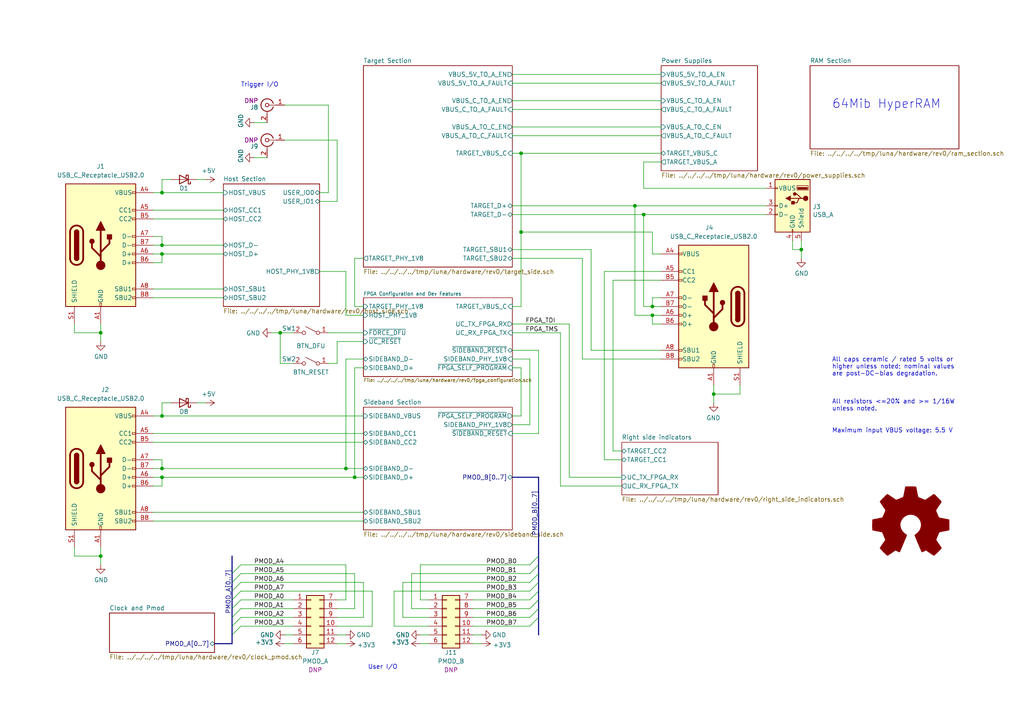
<source format=kicad_sch>
(kicad_sch (version 20230121) (generator eeschema)
  (paper "A4")
  (title_block (title "LUNA USB Multitool") (date "2021-03-10") (rev "r0") (company "Copyright 2019-2021 Great Scott Gadgets") (comment 1 "Katherine J. Temkin") (comment 3 "Licensed under the CERN-OHL-P v2"))
  (lib_symbols
    (symbol "Connector:Conn_Coaxial" (pin_names (offset 1.016) hide)
      (property "Reference" "J" (at 0.254 3.048 0))
      (property "Value" "Conn_Coaxial" (at 2.921 0 90))
      (symbol "Conn_Coaxial_0_1"
        (arc (start -1.778 -0.508) (mid 0.2311 -1.8066) (end 1.778 0) (stroke (width 0.254)))
        (polyline (pts (xy -2.54 0) (xy -0.508 0)))
        (polyline (pts (xy 0 -2.54) (xy 0 -1.778)))
        (circle (center 0 0) (radius 0.508) (stroke (width 0.2032)))
        (arc (start 1.778 0) (mid 0.2099 1.8101) (end -1.778 0.508) (stroke (width 0.254)))
      )
      (symbol "Conn_Coaxial_1_1"
        (pin passive line (at -5.08 0 0) (length 2.54) (name "In") (number "1"))
        (pin passive line (at 0 -5.08 90) (length 2.54) (name "Ext") (number "2"))
      )
    )
    (symbol "Connector_Generic:Conn_02x06_Top_Bottom" (pin_names (offset 1.016) hide)
      (property "Reference" "J" (at 1.27 7.62 0))
      (property "Value" "Conn_02x06_Top_Bottom" (at 1.27 -10.16 0))
      (symbol "Conn_02x06_Top_Bottom_1_1"
        (rectangle (start -1.27 -7.493) (end 0 -7.747) (stroke (width 0.1524)))
        (rectangle (start -1.27 -4.953) (end 0 -5.207) (stroke (width 0.1524)))
        (rectangle (start -1.27 -2.413) (end 0 -2.667) (stroke (width 0.1524)))
        (rectangle (start -1.27 0.127) (end 0 -0.127) (stroke (width 0.1524)))
        (rectangle (start -1.27 2.667) (end 0 2.413) (stroke (width 0.1524)))
        (rectangle (start -1.27 5.207) (end 0 4.953) (stroke (width 0.1524)))
        (rectangle (start -1.27 6.35) (end 3.81 -8.89) (stroke (width 0.254)) (fill (type background)))
        (rectangle (start 3.81 -7.493) (end 2.54 -7.747) (stroke (width 0.1524)))
        (rectangle (start 3.81 -4.953) (end 2.54 -5.207) (stroke (width 0.1524)))
        (rectangle (start 3.81 -2.413) (end 2.54 -2.667) (stroke (width 0.1524)))
        (rectangle (start 3.81 0.127) (end 2.54 -0.127) (stroke (width 0.1524)))
        (rectangle (start 3.81 2.667) (end 2.54 2.413) (stroke (width 0.1524)))
        (rectangle (start 3.81 5.207) (end 2.54 4.953) (stroke (width 0.1524)))
        (pin passive line (at -5.08 5.08 0) (length 3.81) (name "Pin_1") (number "1"))
        (pin passive line (at 7.62 -2.54 180) (length 3.81) (name "Pin_10") (number "10"))
        (pin passive line (at 7.62 -5.08 180) (length 3.81) (name "Pin_11") (number "11"))
        (pin passive line (at 7.62 -7.62 180) (length 3.81) (name "Pin_12") (number "12"))
        (pin passive line (at -5.08 2.54 0) (length 3.81) (name "Pin_2") (number "2"))
        (pin passive line (at -5.08 0 0) (length 3.81) (name "Pin_3") (number "3"))
        (pin passive line (at -5.08 -2.54 0) (length 3.81) (name "Pin_4") (number "4"))
        (pin passive line (at -5.08 -5.08 0) (length 3.81) (name "Pin_5") (number "5"))
        (pin passive line (at -5.08 -7.62 0) (length 3.81) (name "Pin_6") (number "6"))
        (pin passive line (at 7.62 5.08 180) (length 3.81) (name "Pin_7") (number "7"))
        (pin passive line (at 7.62 2.54 180) (length 3.81) (name "Pin_8") (number "8"))
        (pin passive line (at 7.62 0 180) (length 3.81) (name "Pin_9") (number "9"))
      )
    )
    (symbol "Device:D_Schottky" (pin_numbers hide) (pin_names (offset 1.016) hide)
      (property "Reference" "D" (at 0 2.54 0))
      (property "Value" "D_Schottky" (at 0 -2.54 0))
      (symbol "D_Schottky_0_1"
        (polyline (pts (xy 1.27 0) (xy -1.27 0)))
        (polyline (pts (xy 1.27 1.27) (xy 1.27 -1.27) (xy -1.27 0) (xy 1.27 1.27)) (stroke (width 0.254)))
        (polyline (pts (xy -1.905 0.635) (xy -1.905 1.27) (xy -1.27 1.27) (xy -1.27 -1.27) (xy -0.635 -1.27) (xy -0.635 -0.635)) (stroke (width 0.254)))
      )
      (symbol "D_Schottky_1_1"
        (pin passive line (at -3.81 0 0) (length 2.54) (name "K") (number "1"))
        (pin passive line (at 3.81 0 180) (length 2.54) (name "A") (number "2"))
      )
    )
    (symbol "Graphic:Logo_Open_Hardware_Large" (in_bom no) (on_board no)
      (symbol "Logo_Open_Hardware_Large_1_1"
        (polyline (pts (xy 6.731 -8.7122) (xy 6.6294 -8.6614) (xy 6.35 -8.4836) (xy 5.9944 -8.255) (xy 5.5372 -7.9502) (xy 5.1054 -7.6454) (xy 4.7498 -7.4168) (xy 4.4958 -7.239) (xy 4.3942 -7.1882) (xy 4.318 -7.2136) (xy 4.1148 -7.3152) (xy 3.81 -7.4676) (xy 3.6322 -7.5692) (xy 3.3528 -7.6708) (xy 3.2258 -7.6962) (xy 3.2004 -7.6708) (xy 3.0988 -7.4676) (xy 2.9464 -7.0866) (xy 2.7178 -6.604) (xy 2.4892 -6.0452) (xy 2.2352 -5.4356) (xy 1.9558 -4.826) (xy 1.7272 -4.2164) (xy 1.4986 -3.683) (xy 1.3208 -3.2512) (xy 1.2192 -2.9464) (xy 1.1684 -2.8194) (xy 1.1938 -2.794) (xy 1.3208 -2.667) (xy 1.5748 -2.4892) (xy 2.0828 -2.0574) (xy 2.6162 -1.397) (xy 2.921 -0.6604) (xy 3.048 0.1524) (xy 2.9464 0.9144) (xy 2.6416 1.6256) (xy 2.1336 2.286) (xy 1.524 2.7686) (xy 0.8128 3.0734) (xy 0 3.175) (xy -0.762 3.0988) (xy -1.4986 2.794) (xy -2.159 2.286) (xy -2.4384 1.9812) (xy -2.8194 1.3208) (xy -3.048 0.6096) (xy -3.0734 0.4318) (xy -3.0226 -0.3556) (xy -2.794 -1.0922) (xy -2.3876 -1.7526) (xy -1.8288 -2.3114) (xy -1.7526 -2.3622) (xy -1.4732 -2.5654) (xy -1.2954 -2.6924) (xy -1.1684 -2.8194) (xy -2.159 -5.207) (xy -2.3114 -5.588) (xy -2.5908 -6.2484) (xy -2.8194 -6.8072) (xy -3.0226 -7.2644) (xy -3.1496 -7.5692) (xy -3.2258 -7.6708) (xy -3.2258 -7.6962) (xy -3.302 -7.6962) (xy -3.4798 -7.6454) (xy -3.8354 -7.4676) (xy -4.0386 -7.366) (xy -4.2926 -7.239) (xy -4.4196 -7.1882) (xy -4.5212 -7.239) (xy -4.7498 -7.3914) (xy -5.1054 -7.6454) (xy -5.5372 -7.9248) (xy -5.9436 -8.2042) (xy -6.3246 -8.4582) (xy -6.604 -8.636) (xy -6.731 -8.7122) (xy -6.7564 -8.7122) (xy -6.858 -8.636) (xy -7.0866 -8.4582) (xy -7.4168 -8.1534) (xy -7.874 -7.6962) (xy -7.9502 -7.62) (xy -8.3312 -7.239) (xy -8.636 -6.9088) (xy -8.8392 -6.6802) (xy -8.9154 -6.5786) (xy -8.9154 -6.5786) (xy -8.8392 -6.4516) (xy -8.6614 -6.1722) (xy -8.4328 -5.7912) (xy -8.128 -5.3594) (xy -7.3152 -4.191) (xy -7.7724 -3.0988) (xy -7.8994 -2.7686) (xy -8.0772 -2.3622) (xy -8.2042 -2.0828) (xy -8.255 -1.9558) (xy -8.382 -1.905) (xy -8.6614 -1.8542) (xy -9.0932 -1.7526) (xy -9.6266 -1.651) (xy -10.1092 -1.5748) (xy -10.541 -1.4732) (xy -10.8712 -1.4224) (xy -11.0236 -1.397) (xy -11.049 -1.3716) (xy -11.0744 -1.2954) (xy -11.0998 -1.143) (xy -11.0998 -0.889) (xy -11.1252 -0.4572) (xy -11.1252 0.1524) (xy -11.1252 0.2286) (xy -11.0998 0.8128) (xy -11.0998 1.27) (xy -11.0744 1.5494) (xy -11.0744 1.6764) (xy -11.0744 1.6764) (xy -10.922 1.7018) (xy -10.6172 1.778) (xy -10.16 1.8542) (xy -9.652 1.9558) (xy -9.6012 1.9812) (xy -9.0932 2.0828) (xy -8.636 2.159) (xy -8.3312 2.2352) (xy -8.2042 2.286) (xy -8.1788 2.3114) (xy -8.0772 2.5146) (xy -7.9248 2.8448) (xy -7.747 3.2512) (xy -7.5692 3.6576) (xy -7.4168 4.0386) (xy -7.3152 4.318) (xy -7.2898 4.445) (xy -7.2898 4.445) (xy -7.366 4.572) (xy -7.5438 4.826) (xy -7.7978 5.207) (xy -8.128 5.6642) (xy -8.128 5.6896) (xy -8.4328 6.1468) (xy -8.6868 6.5278) (xy -8.8392 6.7818) (xy -8.9154 6.9088) (xy -8.9154 6.9088) (xy -8.8138 7.0358) (xy -8.5852 7.2898) (xy -8.255 7.6454) (xy -7.874 8.0264) (xy -7.747 8.1534) (xy -7.3152 8.5852) (xy -7.0104 8.8646) (xy -6.8326 8.9916) (xy -6.731 9.0424) (xy -6.731 9.0424) (xy -6.604 8.9408) (xy -6.3246 8.763) (xy -5.9436 8.509) (xy -5.4864 8.2042) (xy -5.461 8.1788) (xy -5.0038 7.874) (xy -4.6482 7.62) (xy -4.3688 7.4422) (xy -4.2672 7.3914) (xy -4.2418 7.3914) (xy -4.064 7.4422) (xy -3.7338 7.5438) (xy -3.3528 7.6962) (xy -2.9464 7.874) (xy -2.5654 8.0264) (xy -2.286 8.1534) (xy -2.159 8.2296) (xy -2.159 8.2296) (xy -2.1082 8.382) (xy -2.032 8.7122) (xy -1.9304 9.1694) (xy -1.8288 9.7282) (xy -1.8034 9.8044) (xy -1.7018 10.3378) (xy -1.6256 10.7696) (xy -1.5748 11.0744) (xy -1.524 11.2014) (xy -1.4478 11.2268) (xy -1.1938 11.2522) (xy -0.8128 11.2522) (xy -0.3302 11.2522) (xy 0.1524 11.2522) (xy 0.6604 11.2522) (xy 1.0668 11.2268) (xy 1.3716 11.2014) (xy 1.4986 11.176) (xy 1.4986 11.176) (xy 1.5494 11.0236) (xy 1.6256 10.6934) (xy 1.7018 10.2108) (xy 1.8288 9.6774) (xy 1.8288 9.5758) (xy 1.9304 9.0424) (xy 2.032 8.6106) (xy 2.0828 8.3058) (xy 2.1336 8.2042) (xy 2.159 8.1788) (xy 2.3876 8.0772) (xy 2.7432 7.9248) (xy 3.175 7.747) (xy 4.191 7.3406) (xy 5.461 8.2042) (xy 5.5626 8.2804) (xy 6.0198 8.5852) (xy 6.3754 8.8392) (xy 6.6294 8.9916) (xy 6.7564 9.0424) (xy 6.7564 9.0424) (xy 6.8834 8.9408) (xy 7.1374 8.7122) (xy 7.4676 8.382) (xy 7.8486 7.9756) (xy 8.1534 7.6962) (xy 8.4836 7.3406) (xy 8.7122 7.112) (xy 8.8392 6.9596) (xy 8.8646 6.858) (xy 8.8646 6.8072) (xy 8.7884 6.6802) (xy 8.6106 6.4008) (xy 8.3312 6.0198) (xy 8.0264 5.588) (xy 7.7978 5.207) (xy 7.5184 4.8006) (xy 7.3406 4.4958) (xy 7.2898 4.3434) (xy 7.2898 4.2926) (xy 7.3914 4.0386) (xy 7.5184 3.683) (xy 7.7216 3.2258) (xy 8.1534 2.2352) (xy 8.7884 2.1082) (xy 9.1948 2.0574) (xy 9.7536 1.9304) (xy 10.2616 1.8288) (xy 11.0998 1.6764) (xy 11.1252 -1.3208) (xy 10.9982 -1.3716) (xy 10.8712 -1.397) (xy 10.5664 -1.4732) (xy 10.1346 -1.5494) (xy 9.6266 -1.651) (xy 9.1948 -1.7272) (xy 8.7376 -1.8288) (xy 8.4328 -1.8796) (xy 8.2804 -1.905) (xy 8.255 -1.9558) (xy 8.1534 -2.159) (xy 7.9756 -2.5146) (xy 7.8232 -2.921) (xy 7.6454 -3.3274) (xy 7.493 -3.7338) (xy 7.366 -4.0132) (xy 7.3406 -4.191) (xy 7.3914 -4.2926) (xy 7.5692 -4.5466) (xy 7.7978 -4.9276) (xy 8.1026 -5.3594) (xy 8.4074 -5.7912) (xy 8.6614 -6.1722) (xy 8.8138 -6.4262) (xy 8.89 -6.5532) (xy 8.8646 -6.6548) (xy 8.6868 -6.858) (xy 8.3566 -7.1882) (xy 7.874 -7.6708) (xy 7.7978 -7.747) (xy 7.3914 -8.128) (xy 7.0612 -8.4328) (xy 6.8326 -8.636) (xy 6.731 -8.7122)) (fill (type outline)))
      )
    )
    (symbol "Switch:SW_SPST" (pin_names (offset 0) hide)
      (property "Reference" "SW" (at 0 3.175 0))
      (property "Value" "SW_SPST" (at 0 -2.54 0))
      (symbol "SW_SPST_0_0"
        (circle (center -2.032 0) (radius 0.508))
        (polyline (pts (xy -1.524 0.254) (xy 1.524 1.778)))
        (circle (center 2.032 0) (radius 0.508))
      )
      (symbol "SW_SPST_1_1"
        (pin passive line (at -5.08 0 0) (length 2.54) (name "A") (number "1"))
        (pin passive line (at 5.08 0 180) (length 2.54) (name "B") (number "2"))
      )
    )
    (symbol "luna_rev0-rescue:USB_A-Connector" (pin_names (offset 1.016))
      (property "Reference" "J" (at -5.08 11.43 0))
      (property "Value" "Connector_USB_A" (at -5.08 8.89 0))
      (symbol "USB_A-Connector_0_1"
        (rectangle (start -5.08 -7.62) (end 5.08 7.62) (stroke (width 0.254)) (fill (type background)))
        (circle (center -3.81 2.159) (radius 0.635) (stroke (width 0.254)) (fill (type outline)))
        (rectangle (start -1.524 4.826) (end -4.318 5.334) (fill (type outline)))
        (rectangle (start -1.27 4.572) (end -4.572 5.842))
        (circle (center -0.635 3.429) (radius 0.381) (stroke (width 0.254)) (fill (type outline)))
        (rectangle (start -0.127 -7.62) (end 0.127 -6.858))
        (polyline (pts (xy -3.175 2.159) (xy -2.54 2.159) (xy -1.27 3.429) (xy -0.635 3.429)) (stroke (width 0.254)))
        (polyline (pts (xy -2.54 2.159) (xy -1.905 2.159) (xy -1.27 0.889) (xy 0 0.889)) (stroke (width 0.254)))
        (polyline (pts (xy 0.635 2.794) (xy 0.635 1.524) (xy 1.905 2.159) (xy 0.635 2.794)) (stroke (width 0.254)) (fill (type outline)))
        (rectangle (start 0.254 1.27) (end -0.508 0.508) (stroke (width 0.254)) (fill (type outline)))
        (rectangle (start 5.08 -2.667) (end 4.318 -2.413))
        (rectangle (start 5.08 -0.127) (end 4.318 0.127))
        (rectangle (start 5.08 4.953) (end 4.318 5.207))
      )
      (symbol "USB_A-Connector_1_1"
        (polyline (pts (xy -1.905 2.159) (xy 0.635 2.159)) (stroke (width 0.254)))
        (pin power_in line (at 7.62 5.08 180) (length 2.54) (name "VBUS") (number "1"))
        (pin passive line (at 7.62 -2.54 180) (length 2.54) (name "D-") (number "2"))
        (pin passive line (at 7.62 0 180) (length 2.54) (name "D+") (number "3"))
        (pin power_in line (at 0 -10.16 90) (length 2.54) (name "GND") (number "4"))
        (pin passive line (at -2.54 -10.16 90) (length 2.54) (name "Shield") (number "5"))
      )
    )
    (symbol "luna_rev0-rescue:USB_C_Receptacle_USB2.0-Connector" (pin_names (offset 1.016))
      (property "Reference" "J" (at -10.16 19.05 0))
      (property "Value" "Connector_USB_C_Receptacle_USB2.0" (at 19.05 19.05 0))
      (symbol "USB_C_Receptacle_USB2.0-Connector_0_0"
        (rectangle (start -0.254 -17.78) (end 0.254 -16.764))
        (rectangle (start 10.16 -14.986) (end 9.144 -15.494))
        (rectangle (start 10.16 -12.446) (end 9.144 -12.954))
        (rectangle (start 10.16 -4.826) (end 9.144 -5.334))
        (rectangle (start 10.16 -2.286) (end 9.144 -2.794))
        (rectangle (start 10.16 0.254) (end 9.144 -0.254))
        (rectangle (start 10.16 2.794) (end 9.144 2.286))
        (rectangle (start 10.16 7.874) (end 9.144 7.366))
        (rectangle (start 10.16 10.414) (end 9.144 9.906))
        (rectangle (start 10.16 15.494) (end 9.144 14.986))
      )
      (symbol "USB_C_Receptacle_USB2.0-Connector_0_1"
        (rectangle (start -10.16 17.78) (end 10.16 -17.78) (stroke (width 0.254)) (fill (type background)))
        (arc (start -8.89 -3.81) (mid -6.985 -5.7067) (end -5.08 -3.81) (stroke (width 0.508)))
        (arc (start -7.62 -3.81) (mid -6.985 -4.4423) (end -6.35 -3.81) (stroke (width 0.254)))
        (arc (start -7.62 -3.81) (mid -6.985 -4.4423) (end -6.35 -3.81) (stroke (width 0.254)) (fill (type outline)))
        (rectangle (start -7.62 -3.81) (end -6.35 3.81) (stroke (width 0.254)) (fill (type outline)))
        (arc (start -6.35 3.81) (mid -6.985 4.4423) (end -7.62 3.81) (stroke (width 0.254)))
        (arc (start -6.35 3.81) (mid -6.985 4.4423) (end -7.62 3.81) (stroke (width 0.254)) (fill (type outline)))
        (arc (start -5.08 3.81) (mid -6.985 5.7067) (end -8.89 3.81) (stroke (width 0.508)))
        (circle (center -2.54 1.143) (radius 0.635) (stroke (width 0.254)) (fill (type outline)))
        (circle (center 0 -5.842) (radius 1.27) (fill (type outline)))
        (polyline (pts (xy -8.89 -3.81) (xy -8.89 3.81)) (stroke (width 0.508)))
        (polyline (pts (xy -5.08 3.81) (xy -5.08 -3.81)) (stroke (width 0.508)))
        (polyline (pts (xy 0 -5.842) (xy 0 4.318)) (stroke (width 0.508)))
        (polyline (pts (xy 0 -3.302) (xy -2.54 -0.762) (xy -2.54 0.508)) (stroke (width 0.508)))
        (polyline (pts (xy 0 -2.032) (xy 2.54 0.508) (xy 2.54 1.778)) (stroke (width 0.508)))
        (polyline (pts (xy -1.27 4.318) (xy 0 6.858) (xy 1.27 4.318) (xy -1.27 4.318)) (stroke (width 0.254)) (fill (type outline)))
        (rectangle (start 1.905 1.778) (end 3.175 3.048) (stroke (width 0.254)) (fill (type outline)))
      )
      (symbol "USB_C_Receptacle_USB2.0-Connector_1_1"
        (pin power_in line (at 0 -22.86 90) (length 5.08) (name "GND") (number "A1"))
        (pin passive line (at 0 -22.86 90) (length 5.08) hide (name "GND") (number "A12"))
        (pin power_in line (at 15.24 15.24 180) (length 5.08) (name "VBUS") (number "A4"))
        (pin bidirectional line (at 15.24 10.16 180) (length 5.08) (name "CC1") (number "A5"))
        (pin bidirectional line (at 15.24 -2.54 180) (length 5.08) (name "D+") (number "A6"))
        (pin bidirectional line (at 15.24 2.54 180) (length 5.08) (name "D-") (number "A7"))
        (pin bidirectional line (at 15.24 -12.7 180) (length 5.08) (name "SBU1") (number "A8"))
        (pin passive line (at 15.24 15.24 180) (length 5.08) hide (name "VBUS") (number "A9"))
        (pin passive line (at 0 -22.86 90) (length 5.08) hide (name "GND") (number "B1"))
        (pin passive line (at 0 -22.86 90) (length 5.08) hide (name "GND") (number "B12"))
        (pin passive line (at 15.24 15.24 180) (length 5.08) hide (name "VBUS") (number "B4"))
        (pin bidirectional line (at 15.24 7.62 180) (length 5.08) (name "CC2") (number "B5"))
        (pin bidirectional line (at 15.24 -5.08 180) (length 5.08) (name "D+") (number "B6"))
        (pin bidirectional line (at 15.24 0 180) (length 5.08) (name "D-") (number "B7"))
        (pin bidirectional line (at 15.24 -15.24 180) (length 5.08) (name "SBU2") (number "B8"))
        (pin passive line (at 15.24 15.24 180) (length 5.08) hide (name "VBUS") (number "B9"))
        (pin passive line (at -7.62 -22.86 90) (length 5.08) (name "SHIELD") (number "S1"))
      )
    )
    (symbol "power:+3V3" (power) (pin_names (offset 0))
      (property "Value" "+3V3" (at 0 3.556 0))
      (symbol "+3V3_0_1"
        (polyline (pts (xy -0.762 1.27) (xy 0 2.54)))
        (polyline (pts (xy 0 0) (xy 0 2.54)))
        (polyline (pts (xy 0 2.54) (xy 0.762 1.27)))
      )
      (symbol "+3V3_1_1"
        (pin power_in line (at 0 0 90) (length 0) hide (name "+3V3") (number "1"))
      )
    )
    (symbol "power:+5V" (power) (pin_names (offset 0))
      (property "Value" "+5V" (at 0 3.556 0))
      (symbol "+5V_0_1"
        (polyline (pts (xy -0.762 1.27) (xy 0 2.54)))
        (polyline (pts (xy 0 0) (xy 0 2.54)))
        (polyline (pts (xy 0 2.54) (xy 0.762 1.27)))
      )
      (symbol "+5V_1_1"
        (pin power_in line (at 0 0 90) (length 0) hide (name "+5V") (number "1"))
      )
    )
    (symbol "power:GND" (power) (pin_names (offset 0))
      (property "Value" "GND" (at 0 -3.81 0))
      (symbol "GND_0_1"
        (polyline (pts (xy 0 0) (xy 0 -1.27) (xy 1.27 -1.27) (xy 0 -2.54) (xy -1.27 -1.27) (xy 0 -1.27)))
      )
      (symbol "GND_1_1"
        (pin power_in line (at 0 0 270) (length 0) hide (name "GND") (number "1"))
      )
    )
  )
  (junction (at 151.13 67.31))
  (junction (at 46.99 55.88))
  (junction (at 100.33 135.89))
  (junction (at 184.15 59.69))
  (junction (at 29.21 96.52))
  (junction (at 46.99 120.65))
  (junction (at 189.23 91.44))
  (junction (at 29.21 161.29))
  (junction (at 186.69 62.23))
  (junction (at 232.41 72.39))
  (junction (at 151.13 44.45))
  (junction (at 46.99 138.43))
  (junction (at 46.99 71.12))
  (junction (at 46.99 73.66))
  (junction (at 81.28 96.52))
  (junction (at 189.23 88.9))
  (junction (at 102.87 138.43))
  (junction (at 207.01 114.3))
  (junction (at 46.99 135.89))
  (bus_entry (at 67.31 166.37) (size 2.54 -2.54))
  (bus_entry (at 156.21 173.99) (size -2.54 2.54))
  (bus_entry (at 67.31 184.15) (size 2.54 -2.54))
  (bus_entry (at 67.31 179.07) (size 2.54 -2.54))
  (bus_entry (at 156.21 179.07) (size -2.54 2.54))
  (bus_entry (at 67.31 173.99) (size 2.54 -2.54))
  (bus_entry (at 156.21 176.53) (size -2.54 2.54))
  (bus_entry (at 67.31 171.45) (size 2.54 -2.54))
  (bus_entry (at 156.21 168.91) (size -2.54 2.54))
  (bus_entry (at 156.21 166.37) (size -2.54 2.54))
  (bus_entry (at 156.21 171.45) (size -2.54 2.54))
  (bus_entry (at 67.31 168.91) (size 2.54 -2.54))
  (bus_entry (at 67.31 181.61) (size 2.54 -2.54))
  (bus_entry (at 67.31 176.53) (size 2.54 -2.54))
  (bus_entry (at 156.21 163.83) (size -2.54 2.54))
  (bus_entry (at 156.21 161.29) (size -2.54 2.54))
  (wire (pts (xy 64.77 86.36) (xy 44.45 86.36)))
  (wire (pts (xy 46.99 138.43) (xy 102.87 138.43)))
  (wire (pts (xy 116.84 168.91) (xy 153.67 168.91)))
  (wire (pts (xy 189.23 91.44) (xy 189.23 93.98)))
  (wire (pts (xy 44.45 83.82) (xy 64.77 83.82)))
  (wire (pts (xy 105.41 168.91) (xy 105.41 179.07)))
  (bus (pts (xy 156.21 171.45) (xy 156.21 173.99)))
  (wire (pts (xy 189.23 86.36) (xy 191.77 86.36)))
  (wire (pts (xy 44.45 120.65) (xy 46.99 120.65)))
  (wire (pts (xy 46.99 140.97) (xy 44.45 140.97)))
  (wire (pts (xy 171.45 101.6) (xy 191.77 101.6)))
  (wire (pts (xy 102.87 74.93) (xy 105.41 74.93)))
  (wire (pts (xy 44.45 128.27) (xy 105.41 128.27)))
  (wire (pts (xy 189.23 88.9) (xy 189.23 86.36)))
  (wire (pts (xy 191.77 88.9) (xy 189.23 88.9)))
  (wire (pts (xy 124.46 176.53) (xy 119.38 176.53)))
  (bus (pts (xy 62.23 186.69) (xy 67.31 186.69)))
  (wire (pts (xy 186.69 54.61) (xy 186.69 46.99)))
  (wire (pts (xy 82.55 186.69) (xy 85.09 186.69)))
  (bus (pts (xy 67.31 171.45) (xy 67.31 173.99)))
  (wire (pts (xy 49.53 52.07) (xy 46.99 52.07)))
  (wire (pts (xy 29.21 163.83) (xy 29.21 161.29)))
  (wire (pts (xy 191.77 73.66) (xy 189.23 73.66)))
  (wire (pts (xy 175.26 78.74) (xy 191.77 78.74)))
  (wire (pts (xy 232.41 74.93) (xy 232.41 72.39)))
  (wire (pts (xy 148.59 120.65) (xy 151.13 120.65)))
  (bus (pts (xy 67.31 176.53) (xy 67.31 179.07)))
  (wire (pts (xy 189.23 67.31) (xy 151.13 67.31)))
  (wire (pts (xy 44.45 135.89) (xy 46.99 135.89)))
  (wire (pts (xy 44.45 73.66) (xy 46.99 73.66)))
  (wire (pts (xy 162.56 140.97) (xy 180.34 140.97)))
  (wire (pts (xy 207.01 114.3) (xy 214.63 114.3)))
  (wire (pts (xy 46.99 52.07) (xy 46.99 55.88)))
  (bus (pts (xy 148.59 138.43) (xy 156.21 138.43)))
  (wire (pts (xy 124.46 179.07) (xy 116.84 179.07)))
  (wire (pts (xy 151.13 88.9) (xy 151.13 67.31)))
  (wire (pts (xy 73.66 45.72) (xy 77.47 45.72)))
  (wire (pts (xy 191.77 21.59) (xy 148.59 21.59)))
  (wire (pts (xy 191.77 36.83) (xy 148.59 36.83)))
  (wire (pts (xy 191.77 29.21) (xy 148.59 29.21)))
  (wire (pts (xy 44.45 138.43) (xy 46.99 138.43)))
  (wire (pts (xy 153.67 171.45) (xy 114.3 171.45)))
  (wire (pts (xy 153.67 179.07) (xy 137.16 179.07)))
  (wire (pts (xy 148.59 24.13) (xy 191.77 24.13)))
  (wire (pts (xy 46.99 71.12) (xy 44.45 71.12)))
  (wire (pts (xy 21.59 93.98) (xy 21.59 96.52)))
  (wire (pts (xy 153.67 104.14) (xy 153.67 123.19)))
  (wire (pts (xy 97.79 58.42) (xy 92.71 58.42)))
  (wire (pts (xy 69.85 163.83) (xy 100.33 163.83)))
  (wire (pts (xy 44.45 60.96) (xy 64.77 60.96)))
  (wire (pts (xy 168.91 104.14) (xy 168.91 74.93)))
  (wire (pts (xy 46.99 55.88) (xy 44.45 55.88)))
  (wire (pts (xy 64.77 71.12) (xy 46.99 71.12)))
  (wire (pts (xy 186.69 88.9) (xy 189.23 88.9)))
  (wire (pts (xy 177.8 81.28) (xy 177.8 130.81)))
  (wire (pts (xy 73.66 35.56) (xy 77.47 35.56)))
  (wire (pts (xy 229.87 72.39) (xy 232.41 72.39)))
  (wire (pts (xy 95.25 30.48) (xy 82.55 30.48)))
  (wire (pts (xy 189.23 93.98) (xy 191.77 93.98)))
  (wire (pts (xy 137.16 176.53) (xy 153.67 176.53)))
  (wire (pts (xy 177.8 130.81) (xy 180.34 130.81)))
  (wire (pts (xy 171.45 72.39) (xy 171.45 101.6)))
  (wire (pts (xy 162.56 96.52) (xy 148.59 96.52)))
  (wire (pts (xy 222.25 59.69) (xy 184.15 59.69)))
  (wire (pts (xy 165.1 93.98) (xy 165.1 138.43)))
  (wire (pts (xy 148.59 72.39) (xy 171.45 72.39)))
  (bus (pts (xy 156.21 173.99) (xy 156.21 176.53)))
  (bus (pts (xy 156.21 176.53) (xy 156.21 179.07)))
  (wire (pts (xy 81.28 96.52) (xy 85.09 96.52)))
  (wire (pts (xy 102.87 138.43) (xy 102.87 106.68)))
  (wire (pts (xy 21.59 96.52) (xy 29.21 96.52)))
  (wire (pts (xy 186.69 54.61) (xy 222.25 54.61)))
  (bus (pts (xy 156.21 161.29) (xy 156.21 163.83)))
  (wire (pts (xy 186.69 62.23) (xy 186.69 88.9)))
  (wire (pts (xy 148.59 59.69) (xy 184.15 59.69)))
  (wire (pts (xy 46.99 76.2) (xy 46.99 73.66)))
  (wire (pts (xy 97.79 105.41) (xy 97.79 99.06)))
  (wire (pts (xy 151.13 44.45) (xy 191.77 44.45)))
  (wire (pts (xy 168.91 74.93) (xy 148.59 74.93)))
  (wire (pts (xy 124.46 186.69) (xy 121.92 186.69)))
  (wire (pts (xy 95.25 105.41) (xy 97.79 105.41)))
  (wire (pts (xy 105.41 179.07) (xy 97.79 179.07)))
  (bus (pts (xy 67.31 168.91) (xy 67.31 171.45)))
  (wire (pts (xy 191.77 104.14) (xy 168.91 104.14)))
  (wire (pts (xy 232.41 72.39) (xy 232.41 69.85)))
  (wire (pts (xy 44.45 125.73) (xy 105.41 125.73)))
  (bus (pts (xy 156.21 138.43) (xy 156.21 161.29)))
  (wire (pts (xy 180.34 133.35) (xy 175.26 133.35)))
  (wire (pts (xy 97.79 40.64) (xy 97.79 58.42)))
  (wire (pts (xy 46.99 120.65) (xy 105.41 120.65)))
  (wire (pts (xy 59.69 116.84) (xy 57.15 116.84)))
  (wire (pts (xy 207.01 114.3) (xy 207.01 111.76)))
  (wire (pts (xy 151.13 67.31) (xy 151.13 44.45)))
  (wire (pts (xy 46.99 73.66) (xy 64.77 73.66)))
  (wire (pts (xy 148.59 44.45) (xy 151.13 44.45)))
  (wire (pts (xy 92.71 78.74) (xy 100.33 78.74)))
  (wire (pts (xy 191.77 91.44) (xy 189.23 91.44)))
  (wire (pts (xy 153.67 123.19) (xy 148.59 123.19)))
  (wire (pts (xy 114.3 171.45) (xy 114.3 181.61)))
  (wire (pts (xy 121.92 163.83) (xy 153.67 163.83)))
  (wire (pts (xy 29.21 96.52) (xy 29.21 99.06)))
  (bus (pts (xy 156.21 166.37) (xy 156.21 168.91)))
  (wire (pts (xy 148.59 31.75) (xy 191.77 31.75)))
  (wire (pts (xy 165.1 138.43) (xy 180.34 138.43)))
  (wire (pts (xy 46.99 133.35) (xy 46.99 135.89)))
  (wire (pts (xy 121.92 173.99) (xy 121.92 163.83)))
  (wire (pts (xy 162.56 140.97) (xy 162.56 96.52)))
  (wire (pts (xy 85.09 181.61) (xy 69.85 181.61)))
  (wire (pts (xy 44.45 133.35) (xy 46.99 133.35)))
  (wire (pts (xy 156.21 125.73) (xy 156.21 101.6)))
  (wire (pts (xy 82.55 40.64) (xy 97.79 40.64)))
  (wire (pts (xy 148.59 104.14) (xy 153.67 104.14)))
  (wire (pts (xy 229.87 69.85) (xy 229.87 72.39)))
  (wire (pts (xy 69.85 168.91) (xy 105.41 168.91)))
  (wire (pts (xy 100.33 184.15) (xy 97.79 184.15)))
  (wire (pts (xy 46.99 116.84) (xy 46.99 120.65)))
  (wire (pts (xy 81.28 96.52) (xy 81.28 105.41)))
  (wire (pts (xy 97.79 181.61) (xy 107.95 181.61)))
  (wire (pts (xy 102.87 138.43) (xy 105.41 138.43)))
  (bus (pts (xy 156.21 163.83) (xy 156.21 166.37)))
  (bus (pts (xy 67.31 184.15) (xy 67.31 186.69)))
  (wire (pts (xy 137.16 181.61) (xy 153.67 181.61)))
  (wire (pts (xy 105.41 91.44) (xy 100.33 91.44)))
  (wire (pts (xy 44.45 68.58) (xy 46.99 68.58)))
  (wire (pts (xy 207.01 116.84) (xy 207.01 114.3)))
  (wire (pts (xy 85.09 184.15) (xy 82.55 184.15)))
  (wire (pts (xy 184.15 91.44) (xy 189.23 91.44)))
  (bus (pts (xy 67.31 173.99) (xy 67.31 176.53)))
  (wire (pts (xy 105.41 151.13) (xy 44.45 151.13)))
  (wire (pts (xy 97.79 186.69) (xy 100.33 186.69)))
  (wire (pts (xy 100.33 173.99) (xy 97.79 173.99)))
  (wire (pts (xy 119.38 166.37) (xy 153.67 166.37)))
  (wire (pts (xy 105.41 104.14) (xy 100.33 104.14)))
  (wire (pts (xy 102.87 88.9) (xy 102.87 74.93)))
  (wire (pts (xy 49.53 116.84) (xy 46.99 116.84)))
  (wire (pts (xy 124.46 173.99) (xy 121.92 173.99)))
  (wire (pts (xy 151.13 106.68) (xy 148.59 106.68)))
  (wire (pts (xy 114.3 181.61) (xy 124.46 181.61)))
  (wire (pts (xy 189.23 73.66) (xy 189.23 67.31)))
  (wire (pts (xy 107.95 171.45) (xy 107.95 181.61)))
  (wire (pts (xy 81.28 105.41) (xy 85.09 105.41)))
  (wire (pts (xy 191.77 81.28) (xy 177.8 81.28)))
  (wire (pts (xy 29.21 161.29) (xy 21.59 161.29)))
  (wire (pts (xy 105.41 96.52) (xy 95.25 96.52)))
  (wire (pts (xy 97.79 99.06) (xy 105.41 99.06)))
  (wire (pts (xy 153.67 173.99) (xy 137.16 173.99)))
  (wire (pts (xy 116.84 179.07) (xy 116.84 168.91)))
  (bus (pts (xy 67.31 181.61) (xy 67.31 184.15)))
  (wire (pts (xy 214.63 114.3) (xy 214.63 111.76)))
  (wire (pts (xy 148.59 93.98) (xy 165.1 93.98)))
  (wire (pts (xy 102.87 88.9) (xy 105.41 88.9)))
  (wire (pts (xy 102.87 166.37) (xy 69.85 166.37)))
  (wire (pts (xy 100.33 78.74) (xy 100.33 91.44)))
  (wire (pts (xy 95.25 55.88) (xy 95.25 30.48)))
  (wire (pts (xy 78.74 96.52) (xy 81.28 96.52)))
  (wire (pts (xy 44.45 148.59) (xy 105.41 148.59)))
  (bus (pts (xy 67.31 179.07) (xy 67.31 181.61)))
  (wire (pts (xy 64.77 63.5) (xy 44.45 63.5)))
  (wire (pts (xy 46.99 138.43) (xy 46.99 140.97)))
  (wire (pts (xy 46.99 68.58) (xy 46.99 71.12)))
  (bus (pts (xy 156.21 168.91) (xy 156.21 171.45)))
  (wire (pts (xy 222.25 62.23) (xy 186.69 62.23)))
  (wire (pts (xy 156.21 101.6) (xy 148.59 101.6)))
  (wire (pts (xy 69.85 179.07) (xy 85.09 179.07)))
  (wire (pts (xy 102.87 106.68) (xy 105.41 106.68)))
  (wire (pts (xy 148.59 39.37) (xy 191.77 39.37)))
  (wire (pts (xy 64.77 55.88) (xy 46.99 55.88)))
  (wire (pts (xy 186.69 62.23) (xy 148.59 62.23)))
  (wire (pts (xy 97.79 176.53) (xy 102.87 176.53)))
  (wire (pts (xy 139.7 184.15) (xy 137.16 184.15)))
  (wire (pts (xy 124.46 184.15) (xy 121.92 184.15)))
  (wire (pts (xy 102.87 176.53) (xy 102.87 166.37)))
  (wire (pts (xy 100.33 104.14) (xy 100.33 135.89)))
  (wire (pts (xy 107.95 171.45) (xy 69.85 171.45)))
  (bus (pts (xy 156.21 179.07) (xy 156.21 184.15)))
  (wire (pts (xy 119.38 176.53) (xy 119.38 166.37)))
  (wire (pts (xy 46.99 135.89) (xy 100.33 135.89)))
  (wire (pts (xy 100.33 135.89) (xy 105.41 135.89)))
  (wire (pts (xy 186.69 46.99) (xy 191.77 46.99)))
  (wire (pts (xy 151.13 88.9) (xy 148.59 88.9)))
  (wire (pts (xy 85.09 176.53) (xy 69.85 176.53)))
  (wire (pts (xy 69.85 173.99) (xy 85.09 173.99)))
  (wire (pts (xy 21.59 161.29) (xy 21.59 158.75)))
  (bus (pts (xy 67.31 166.37) (xy 67.31 168.91)))
  (wire (pts (xy 139.7 186.69) (xy 137.16 186.69)))
  (wire (pts (xy 184.15 59.69) (xy 184.15 91.44)))
  (wire (pts (xy 175.26 133.35) (xy 175.26 78.74)))
  (wire (pts (xy 148.59 125.73) (xy 156.21 125.73)))
  (wire (pts (xy 92.71 55.88) (xy 95.25 55.88)))
  (wire (pts (xy 100.33 163.83) (xy 100.33 173.99)))
  (wire (pts (xy 29.21 161.29) (xy 29.21 158.75)))
  (wire (pts (xy 44.45 76.2) (xy 46.99 76.2)))
  (bus (pts (xy 67.31 161.29) (xy 67.31 166.37)))
  (wire (pts (xy 29.21 93.98) (xy 29.21 96.52)))
  (wire (pts (xy 151.13 120.65) (xy 151.13 106.68)))
  (wire (pts (xy 59.69 52.07) (xy 57.15 52.07)))
  (text "User I/O" (at 106.68 194.31 0) (effects (font (size 1.27 1.27)) (justify left bottom)))
  (text "Trigger I/O" (at 69.85 25.4 0) (effects (font (size 1.27 1.27)) (justify left bottom)))
  (text "Maximum input VBUS voltage: 5.5 V" (at 241.3 125.73 0) (effects (font (size 1.27 1.27)) (justify left bottom)))
  (text "All resistors <=20% and >= 1/16W\nunless noted." (at 241.3 119.38 0) (effects (font (size 1.27 1.27)) (justify left bottom)))
  (text "64Mib HyperRAM" (at 241.3 31.75 0) (effects (font (size 2.54 2.54)) (justify left bottom)))
  (text "All caps ceramic / rated 5 volts or\nhigher unless noted; nominal values\nare post-DC-bias degradation." (at 241.3 109.22 0) (effects (font (size 1.27 1.27)) (justify left bottom)))
  (label "PMOD_B6" (at 140.97 179.07 0))
  (label "PMOD_B7" (at 140.97 181.61 0))
  (label "PMOD_A6" (at 73.66 168.91 0))
  (label "PMOD_A3" (at 73.66 181.61 0))
  (label "PMOD_A7" (at 73.66 171.45 0))
  (label "PMOD_B2" (at 140.97 168.91 0))
  (label "PMOD_B[0..7]" (at 156.21 142.24 270))
  (label "PMOD_A5" (at 73.66 166.37 0))
  (label "PMOD_A0" (at 73.66 173.99 0))
  (label "PMOD_B4" (at 140.97 173.99 0))
  (label "PMOD_A1" (at 73.66 176.53 0))
  (label "PMOD_B3" (at 140.97 171.45 0))
  (label "PMOD_B1" (at 140.97 166.37 0))
  (label "PMOD_B0" (at 140.97 163.83 0))
  (label "PMOD_A4" (at 73.66 163.83 0))
  (label "PMOD_A2" (at 73.66 179.07 0))
  (label "FPGA_TMS" (at 152.4 96.52 0))
  (label "PMOD_B5" (at 140.97 176.53 0))
  (label "FPGA_TDI" (at 152.4 93.98 0))
  (label "PMOD_A[0..7]" (at 67.31 165.1 270))
  (symbol (lib_id "Device:D_Schottky") (at 53.34 116.84 180) (unit 1)
    (property "Reference" "D8" (at 53.34 119.38 0))
    (property "Value" "PMEG3050EP,115" (effects hide))
    (property "Footprint" "luna:SOD128" (effects hide))
    (property "Manufacturer" "Nexperia" (effects hide))
    (property "Part Number" "PMEG3050EP,115" (effects hide))
    (property "Description" "DIODE SCHOTTKY 30V 5A SOD128" (effects hide))
  )
  (symbol (lib_id "power:+5V") (at 59.69 116.84 270) (unit 1)
    (property "Reference" "#PWR05" (effects hide))
    (property "Value" "+5V" (at 58.42 114.3 90) (effects (justify left)))
  )
  (symbol (lib_id "power:GND") (at 29.21 99.06 0) (unit 1)
    (property "Reference" "#PWR01" (effects hide))
    (property "Value" "GND" (at 29.3116 103.4288 0))
  )
  (symbol (lib_id "power:GND") (at 207.01 116.84 0) (mirror y) (unit 1)
    (property "Reference" "#PWR09" (effects hide))
    (property "Value" "GND" (at 206.9084 121.2088 0))
  )
  (symbol (lib_id "luna_rev0-rescue:USB_A-Connector") (at 229.87 59.69 0) (mirror y) (unit 1)
    (property "Reference" "J3" (at 235.6866 59.9694 0) (effects (justify right)))
    (property "Value" "USB_A" (at 235.6866 62.2554 0) (effects (justify right)))
    (property "Footprint" "luna:USB_A_Kycon_KUSBXHT-SB-AS1N-B30-NF_Horizontal" (effects hide))
    (property "Datasheet" " ~" (effects hide))
    (property "Description" "USB A TYPE RECEPTACLE, SHORT BODY" (effects hide))
    (property "Manufacturer" "Jing Extension of the Electronic Co." (effects hide))
    (property "Part Number" "C42411" (effects hide))
    (property "Substitution" "Kycon KUSBXHT-SB-AS1N-B30-NF, Tensility 54-00015, GCT USB1125-GF-B" (effects hide))
  )
  (symbol (lib_id "power:GND") (at 232.41 74.93 0) (unit 1)
    (property "Reference" "#PWR08" (effects hide))
    (property "Value" "GND" (at 232.5116 79.2988 0))
  )
  (symbol (lib_id "Device:D_Schottky") (at 53.34 52.07 180) (unit 1)
    (property "Reference" "D1" (at 53.34 54.61 0))
    (property "Value" "PMEG3050EP,115" (effects hide))
    (property "Footprint" "luna:SOD128" (effects hide))
    (property "Manufacturer" "Nexperia" (effects hide))
    (property "Part Number" "PMEG3050EP,115" (effects hide))
    (property "Description" "DIODE SCHOTTKY 30V 5A SOD128" (effects hide))
  )
  (symbol (lib_id "Switch:SW_SPST") (at 90.17 96.52 0) (mirror y) (unit 1)
    (property "Reference" "SW1" (at 83.82 95.25 0))
    (property "Value" "BTN_DFU" (at 90.17 100.33 0))
    (property "Footprint" "luna:SW_Tactile_SPST_Angled_TC-1109DE-B-F" (effects hide))
    (property "Description" "SWITCH TACTILE SPST-NO 0.05A 12V" (effects hide))
    (property "Manufacturer" "XKB" (effects hide))
    (property "Part Number" "TC-1109DE-B-F" (effects hide))
  )
  (symbol (lib_id "power:GND") (at 82.55 184.15 270) (unit 1)
    (property "Reference" "#PWR0110" (effects hide))
    (property "Value" "GND" (at 77.47 184.15 90))
  )
  (symbol (lib_id "Switch:SW_SPST") (at 90.17 105.41 0) (mirror y) (unit 1)
    (property "Reference" "SW2" (at 83.82 104.14 0))
    (property "Value" "BTN_RESET" (at 90.17 107.95 0))
    (property "Footprint" "luna:SW_Tactile_SPST_Angled_TC-1109DE-B-F" (effects hide))
    (property "Description" "SWITCH TACTILE SPST-NO 0.05A 12V" (effects hide))
    (property "Manufacturer" "XKB" (effects hide))
    (property "Part Number" "TC-1109DE-B-F" (effects hide))
  )
  (symbol (lib_id "power:+5V") (at 59.69 52.07 270) (unit 1)
    (property "Reference" "#PWR0113" (effects hide))
    (property "Value" "+5V" (at 58.42 49.53 90) (effects (justify left)))
  )
  (symbol (lib_id "power:GND") (at 78.74 96.52 270) (unit 1)
    (property "Reference" "#PWR0102" (effects hide))
    (property "Value" "GND" (at 75.4888 96.6216 90) (effects (justify right)))
  )
  (symbol (lib_id "Graphic:Logo_Open_Hardware_Large") (at 264.16 152.4 0) (unit 1)
    (property "Reference" "#LOGO1" (effects hide))
    (property "Value" "Logo_Open_Hardware_Large" (effects hide))
  )
  (symbol (lib_id "luna_rev0-rescue:USB_C_Receptacle_USB2.0-Connector") (at 29.21 71.12 0) (unit 1)
    (property "Reference" "J1" (at 29.21 48.26 0))
    (property "Value" "USB_C_Receptacle_USB2.0" (at 29.21 50.8 0))
    (property "Footprint" "luna:USB_C_Receptacle_HRO_TYPE-C-31-M-12" (effects hide))
    (property "Description" "CONN RCPT USB2.0 TYPE-C 16POS" (effects hide))
    (property "Manufacturer" "XKB" (effects hide))
    (property "Part Number" "U262-161N-4BVC11" (effects hide))
    (property "Substitution" "HRO TYPE-C-31-M-12, GCT USB4105-GF-A, Cvilux USA CU3216SASDLR009-NH" (effects hide))
  )
  (symbol (lib_id "luna_rev0-rescue:USB_C_Receptacle_USB2.0-Connector") (at 207.01 88.9 0) (mirror y) (unit 1)
    (property "Reference" "J4" (at 205.74 66.04 0))
    (property "Value" "USB_C_Receptacle_USB2.0" (at 207.01 68.58 0))
    (property "Footprint" "luna:USB_C_Receptacle_HRO_TYPE-C-31-M-12" (effects hide))
    (property "Description" "CONN RCPT USB2.0 TYPE-C 16POS" (effects hide))
    (property "Manufacturer" "XKB" (effects hide))
    (property "Part Number" "U262-161N-4BVC11" (effects hide))
    (property "Substitution" "HRO TYPE-C-31-M-12, GCT USB4105-GF-A, Cvilux USA CU3216SASDLR009-NH" (effects hide))
  )
  (symbol (lib_id "luna_rev0-rescue:USB_C_Receptacle_USB2.0-Connector") (at 29.21 135.89 0) (unit 1)
    (property "Reference" "J2" (at 30.48 113.03 0))
    (property "Value" "USB_C_Receptacle_USB2.0" (at 29.21 115.57 0))
    (property "Footprint" "luna:USB_C_Receptacle_HRO_TYPE-C-31-M-12" (effects hide))
    (property "Description" "CONN RCPT USB2.0 TYPE-C 16POS" (effects hide))
    (property "Manufacturer" "XKB" (effects hide))
    (property "Part Number" "U262-161N-4BVC11" (effects hide))
    (property "Substitution" "HRO TYPE-C-31-M-12, GCT USB4105-GF-A, Cvilux USA CU3216SASDLR009-NH" (effects hide))
  )
  (symbol (lib_id "power:GND") (at 29.21 163.83 0) (unit 1)
    (property "Reference" "#PWR0125" (effects hide))
    (property "Value" "GND" (at 29.3116 168.1988 0))
  )
  (symbol (lib_id "Connector:Conn_Coaxial") (at 77.47 30.48 0) (mirror y) (unit 1)
    (property "Reference" "J8" (at 74.93 31.1404 0) (effects (justify left)))
    (property "Value" "Conn_Coaxial" (effects hide))
    (property "Footprint" "luna:SMA-EDGE" (effects hide))
    (property "Datasheet" " ~" (effects hide))
    (property "Note" "DNP" (at 74.93 29.21 0) (effects (justify left)))
  )
  (symbol (lib_id "power:GND") (at 73.66 45.72 270) (mirror x) (unit 1)
    (property "Reference" "#PWR0104" (effects hide))
    (property "Value" "GND" (at 69.85 43.18 0) (effects (justify right)))
  )
  (symbol (lib_id "power:GND") (at 73.66 35.56 270) (mirror x) (unit 1)
    (property "Reference" "#PWR0106" (effects hide))
    (property "Value" "GND" (at 69.85 33.02 0) (effects (justify right)))
  )
  (symbol (lib_id "Connector:Conn_Coaxial") (at 77.47 40.64 0) (mirror y) (unit 1)
    (property "Reference" "J9" (at 74.9554 42.4434 0) (effects (justify left)))
    (property "Value" "Conn_Coaxial" (effects hide))
    (property "Footprint" "luna:SMA-EDGE" (effects hide))
    (property "Datasheet" " ~" (effects hide))
    (property "Note" "DNP" (at 74.93 40.64 0) (effects (justify left)))
  )
  (symbol (lib_id "Connector_Generic:Conn_02x06_Top_Bottom") (at 129.54 179.07 0) (unit 1)
    (property "Reference" "J11" (at 130.81 189.23 0))
    (property "Value" "PMOD_B" (at 130.81 191.77 0))
    (property "Footprint" "luna:PinSocket_2x06_P2.54mm_PMOD" (effects hide))
    (property "Note" "DNP" (at 130.81 194.31 0))
  )
  (symbol (lib_id "power:+3V3") (at 121.92 186.69 90) (unit 1)
    (property "Reference" "#PWR0123" (effects hide))
    (property "Value" "+3V3" (at 118.6688 186.309 90) (effects (justify left)))
  )
  (symbol (lib_id "power:+3V3") (at 139.7 186.69 270) (unit 1)
    (property "Reference" "#PWR0130" (effects hide))
    (property "Value" "+3V3" (at 142.9512 187.071 90) (effects (justify left)))
  )
  (symbol (lib_id "power:GND") (at 121.92 184.15 270) (unit 1)
    (property "Reference" "#PWR0132" (effects hide))
    (property "Value" "GND" (at 116.84 184.15 90))
  )
  (symbol (lib_id "power:GND") (at 139.7 184.15 90) (unit 1)
    (property "Reference" "#PWR0134" (effects hide))
    (property "Value" "GND" (at 144.78 184.15 90))
  )
  (symbol (lib_id "Connector_Generic:Conn_02x06_Top_Bottom") (at 90.17 179.07 0) (unit 1)
    (property "Reference" "J7" (at 91.44 189.23 0))
    (property "Value" "PMOD_A" (at 91.44 191.77 0))
    (property "Footprint" "luna:PinSocket_2x06_P2.54mm_PMOD" (effects hide))
    (property "Note" "DNP" (at 91.44 194.31 0))
  )
  (symbol (lib_id "power:+3V3") (at 82.55 186.69 90) (unit 1)
    (property "Reference" "#PWR0120" (effects hide))
    (property "Value" "+3V3" (at 79.2988 186.309 90) (effects (justify left)))
  )
  (symbol (lib_id "power:+3V3") (at 100.33 186.69 270) (unit 1)
    (property "Reference" "#PWR0121" (effects hide))
    (property "Value" "+3V3" (at 103.5812 187.071 90) (effects (justify left)))
  )
  (symbol (lib_id "power:GND") (at 100.33 184.15 90) (unit 1)
    (property "Reference" "#PWR0111" (effects hide))
    (property "Value" "GND" (at 105.41 184.15 90))
  )
  (sheet (at 191.77 19.05) (size 27.94 30.48)
    (property "Sheetname" "Power Supplies" (at 191.77 18.3384 0) (effects (justify left bottom)))
    (property "Sheetfile" "../../../../tmp/luna/hardware/rev0/power_supplies.sch" (at 191.77 50.1146 0) (effects (justify left top)))
    (pin "VBUS_A_TO_C_FAULT" output (at 191.77 39.37 180))
    (pin "TARGET_VBUS_A" output (at 191.77 46.99 180))
    (pin "TARGET_VBUS_C" bidirectional (at 191.77 44.45 180))
    (pin "VBUS_A_TO_C_EN" input (at 191.77 36.83 180))
    (pin "VBUS_C_TO_A_FAULT" output (at 191.77 31.75 180))
    (pin "VBUS_C_TO_A_EN" input (at 191.77 29.21 180))
    (pin "VBUS_5V_TO_A_FAULT" output (at 191.77 24.13 180))
    (pin "VBUS_5V_TO_A_EN" input (at 191.77 21.59 180))
  )
  (sheet (at 105.41 86.36) (size 43.18 22.86)
    (property "Sheetname" "FPGA Configuration and Dev Features" (at 105.41 85.7881 0) (effects (font (size 0.9906 0.9906)) (justify left bottom)))
    (property "Sheetfile" "../../../../tmp/luna/hardware/rev0/fpga_configuration.sch" (at 105.41 109.6928 0) (effects (font (size 0.9906 0.9906)) (justify left top)))
    (pin "SIDEBAND_D-" bidirectional (at 105.41 104.14 180))
    (pin "SIDEBAND_D+" bidirectional (at 105.41 106.68 180))
    (pin "SIDEBAND_PHY_1V8" input (at 148.59 104.14 0))
    (pin "HOST_PHY_1V8" input (at 105.41 91.44 180))
    (pin "TARGET_PHY_1V8" input (at 105.41 88.9 180))
    (pin "UC_TX_FPGA_RX" output (at 148.59 93.98 0))
    (pin "UC_RX_FPGA_TX" input (at 148.59 96.52 0))
    (pin "~{FPGA_SELF_PROGRAM}" input (at 148.59 106.68 0))
    (pin "TARGET_VBUS_C" input (at 148.59 88.9 0))
    (pin "~{UC_RESET}" input (at 105.41 99.06 180))
    (pin "~{FORCE_DFU}" input (at 105.41 96.52 180))
    (pin "~{SIDEBAND_RESET}" bidirectional (at 148.59 101.6 0))
  )
  (sheet (at 105.41 118.11) (size 43.18 35.56)
    (property "Sheetname" "Sideband Section" (at 105.41 117.3984 0) (effects (justify left bottom)))
    (property "Sheetfile" "../../../../tmp/luna/hardware/rev0/sideband_side.sch" (at 105.41 154.2546 0) (effects (justify left top)))
    (pin "SIDEBAND_PHY_1V8" output (at 148.59 123.19 0))
    (pin "SIDEBAND_VBUS" input (at 105.41 120.65 180))
    (pin "SIDEBAND_D-" bidirectional (at 105.41 135.89 180))
    (pin "SIDEBAND_D+" bidirectional (at 105.41 138.43 180))
    (pin "~{FPGA_SELF_PROGRAM}" output (at 148.59 120.65 0))
    (pin "SIDEBAND_CC1" bidirectional (at 105.41 125.73 180))
    (pin "SIDEBAND_CC2" bidirectional (at 105.41 128.27 180))
    (pin "SIDEBAND_SBU2" bidirectional (at 105.41 151.13 180))
    (pin "SIDEBAND_SBU1" bidirectional (at 105.41 148.59 180))
    (pin "PMOD_B[0..7]" bidirectional (at 148.59 138.43 0))
    (pin "~{SIDEBAND_RESET}" input (at 148.59 125.73 0))
  )
  (sheet (at 64.77 53.34) (size 27.94 35.56)
    (property "Sheetname" "Host Section" (at 64.77 52.6284 0) (effects (justify left bottom)))
    (property "Sheetfile" "../../../../tmp/luna/hardware/rev0/host_side.sch" (at 64.77 89.4846 0) (effects (justify left top)))
    (pin "HOST_D+" bidirectional (at 64.77 73.66 180))
    (pin "HOST_D-" bidirectional (at 64.77 71.12 180))
    (pin "HOST_VBUS" input (at 64.77 55.88 180))
    (pin "HOST_PHY_1V8" output (at 92.71 78.74 0))
    (pin "HOST_CC1" bidirectional (at 64.77 60.96 180))
    (pin "HOST_CC2" bidirectional (at 64.77 63.5 180))
    (pin "HOST_SBU1" bidirectional (at 64.77 83.82 180))
    (pin "HOST_SBU2" bidirectional (at 64.77 86.36 180))
    (pin "USER_IO0" bidirectional (at 92.71 55.88 0))
    (pin "USER_IO1" bidirectional (at 92.71 58.42 0))
  )
  (sheet (at 105.41 19.05) (size 43.18 58.42)
    (property "Sheetname" "Target Section" (at 105.41 18.3384 0) (effects (justify left bottom)))
    (property "Sheetfile" "../../../../tmp/luna/hardware/rev0/target_side.sch" (at 105.41 78.0546 0) (effects (justify left top)))
    (pin "TARGET_D+" bidirectional (at 148.59 59.69 0))
    (pin "TARGET_D-" bidirectional (at 148.59 62.23 0))
    (pin "TARGET_PHY_1V8" output (at 105.41 74.93 180))
    (pin "TARGET_SBU1" bidirectional (at 148.59 72.39 0))
    (pin "TARGET_SBU2" bidirectional (at 148.59 74.93 0))
    (pin "VBUS_C_TO_A_FAULT" input (at 148.59 31.75 0))
    (pin "VBUS_5V_TO_A_FAULT" input (at 148.59 24.13 0))
    (pin "TARGET_VBUS_C" input (at 148.59 44.45 0))
    (pin "VBUS_A_TO_C_FAULT" input (at 148.59 39.37 0))
    (pin "VBUS_5V_TO_A_EN" output (at 148.59 21.59 0))
    (pin "VBUS_A_TO_C_EN" output (at 148.59 36.83 0))
    (pin "VBUS_C_TO_A_EN" output (at 148.59 29.21 0))
  )
  (sheet (at 234.95 19.05) (size 43.18 24.13)
    (property "Sheetname" "RAM Section" (at 234.95 18.3384 0) (effects (justify left bottom)))
    (property "Sheetfile" "../../../../tmp/luna/hardware/rev0/ram_section.sch" (at 234.95 43.7646 0) (effects (justify left top)))
  )
  (sheet (at 180.34 128.27) (size 27.94 15.24)
    (property "Sheetname" "Right side indicators" (at 180.34 127.5584 0) (effects (justify left bottom)))
    (property "Sheetfile" "../../../../tmp/luna/hardware/rev0/right_side_indicators.sch" (at 180.34 144.0946 0) (effects (justify left top)))
    (pin "UC_RX_FPGA_TX" output (at 180.34 140.97 180))
    (pin "UC_TX_FPGA_RX" input (at 180.34 138.43 180))
    (pin "TARGET_CC2" bidirectional (at 180.34 130.81 180))
    (pin "TARGET_CC1" bidirectional (at 180.34 133.35 180))
  )
  (sheet (at 31.75 177.8) (size 30.48 11.43)
    (property "Sheetname" "Clock and Pmod" (at 31.75 177.0884 0) (effects (justify left bottom)))
    (property "Sheetfile" "../../../../tmp/luna/hardware/rev0/clock_pmod.sch" (at 31.75 189.8146 0) (effects (justify left top)))
    (pin "PMOD_A[0..7]" bidirectional (at 62.23 186.69 0))
  )
)
</source>
